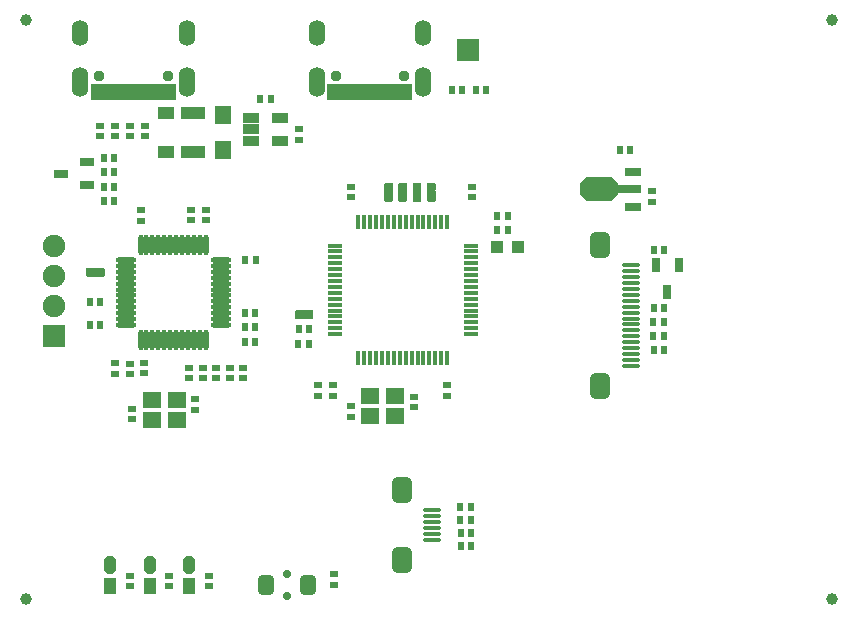
<source format=gts>
G04*
G04 #@! TF.GenerationSoftware,Altium Limited,Altium Designer,23.8.1 (32)*
G04*
G04 Layer_Color=8388736*
%FSLAX44Y44*%
%MOMM*%
G71*
G04*
G04 #@! TF.SameCoordinates,D96BB530-8D29-4B5F-9446-CCACF09A0524*
G04*
G04*
G04 #@! TF.FilePolarity,Negative*
G04*
G01*
G75*
G04:AMPARAMS|DCode=20|XSize=0.3mm|YSize=1.5mm|CornerRadius=0.075mm|HoleSize=0mm|Usage=FLASHONLY|Rotation=90.000|XOffset=0mm|YOffset=0mm|HoleType=Round|Shape=RoundedRectangle|*
%AMROUNDEDRECTD20*
21,1,0.3000,1.3500,0,0,90.0*
21,1,0.1500,1.5000,0,0,90.0*
1,1,0.1500,0.6750,0.0750*
1,1,0.1500,0.6750,-0.0750*
1,1,0.1500,-0.6750,-0.0750*
1,1,0.1500,-0.6750,0.0750*
%
%ADD20ROUNDEDRECTD20*%
%ADD32R,1.2000X0.3000*%
%ADD33R,0.3000X1.2000*%
%ADD44R,0.7032X0.6032*%
%ADD45R,1.0922X1.4732*%
G04:AMPARAMS|DCode=46|XSize=1.4732mm|YSize=1.0922mm|CornerRadius=0mm|HoleSize=0mm|Usage=FLASHONLY|Rotation=90.000|XOffset=0mm|YOffset=0mm|HoleType=Round|Shape=Octagon|*
%AMOCTAGOND46*
4,1,8,0.2731,0.7366,-0.2731,0.7366,-0.5461,0.4636,-0.5461,-0.4636,-0.2731,-0.7366,0.2731,-0.7366,0.5461,-0.4636,0.5461,0.4636,0.2731,0.7366,0.0*
%
%ADD46OCTAGOND46*%

G04:AMPARAMS|DCode=47|XSize=2.2032mm|YSize=1.7032mm|CornerRadius=0.4766mm|HoleSize=0mm|Usage=FLASHONLY|Rotation=90.000|XOffset=0mm|YOffset=0mm|HoleType=Round|Shape=RoundedRectangle|*
%AMROUNDEDRECTD47*
21,1,2.2032,0.7500,0,0,90.0*
21,1,1.2500,1.7032,0,0,90.0*
1,1,0.9532,0.3750,0.6250*
1,1,0.9532,0.3750,-0.6250*
1,1,0.9532,-0.3750,-0.6250*
1,1,0.9532,-0.3750,0.6250*
%
%ADD47ROUNDEDRECTD47*%
G04:AMPARAMS|DCode=48|XSize=1.4032mm|YSize=1.7032mm|CornerRadius=0.4016mm|HoleSize=0mm|Usage=FLASHONLY|Rotation=0.000|XOffset=0mm|YOffset=0mm|HoleType=Round|Shape=RoundedRectangle|*
%AMROUNDEDRECTD48*
21,1,1.4032,0.9000,0,0,0.0*
21,1,0.6000,1.7032,0,0,0.0*
1,1,0.8032,0.3000,-0.4500*
1,1,0.8032,-0.3000,-0.4500*
1,1,0.8032,-0.3000,0.4500*
1,1,0.8032,0.3000,0.4500*
%
%ADD48ROUNDEDRECTD48*%
G04:AMPARAMS|DCode=49|XSize=1.4232mm|YSize=0.8532mm|CornerRadius=0.1829mm|HoleSize=0mm|Usage=FLASHONLY|Rotation=180.000|XOffset=0mm|YOffset=0mm|HoleType=Round|Shape=RoundedRectangle|*
%AMROUNDEDRECTD49*
21,1,1.4232,0.4875,0,0,180.0*
21,1,1.0575,0.8532,0,0,180.0*
1,1,0.3657,-0.5288,0.2438*
1,1,0.3657,0.5288,0.2438*
1,1,0.3657,0.5288,-0.2438*
1,1,0.3657,-0.5288,-0.2438*
%
%ADD49ROUNDEDRECTD49*%
%ADD50R,2.0032X1.0532*%
%ADD51R,1.4032X1.5532*%
%ADD52O,1.7532X0.4532*%
%ADD53O,0.4532X1.7532*%
%ADD54R,0.6032X0.7032*%
%ADD55R,1.0922X1.0922*%
%ADD56R,0.6532X1.2032*%
%ADD57R,1.5032X1.4032*%
%ADD58R,1.2032X0.6532*%
%ADD59R,0.5032X1.3532*%
%ADD60R,0.5029X1.3513*%
G04:AMPARAMS|DCode=61|XSize=2.0032mm|YSize=3.2032mm|CornerRadius=0mm|HoleSize=0mm|Usage=FLASHONLY|Rotation=270.000|XOffset=0mm|YOffset=0mm|HoleType=Round|Shape=Octagon|*
%AMOCTAGOND61*
4,1,8,1.6016,0.5008,1.6016,-0.5008,1.1008,-1.0016,-1.1008,-1.0016,-1.6016,-0.5008,-1.6016,0.5008,-1.1008,1.0016,1.1008,1.0016,1.6016,0.5008,0.0*
%
%ADD61OCTAGOND61*%

%ADD62R,1.4032X0.8032*%
%ADD63R,2.3032X0.8032*%
%ADD64R,1.4222X1.1172*%
%ADD65C,1.0000*%
%ADD66C,1.9032*%
%ADD67R,1.9032X1.9032*%
%ADD68C,0.9532*%
%ADD69O,1.4032X2.2032*%
%ADD70O,1.4032X2.5032*%
%ADD71C,0.7000*%
G36*
X349881Y386394D02*
X350009Y386368D01*
X350134Y386326D01*
X350251Y386268D01*
X350360Y386195D01*
X350459Y386109D01*
X350545Y386010D01*
X350618Y385901D01*
X350676Y385784D01*
X350718Y385659D01*
X350743Y385531D01*
X350752Y385400D01*
Y380600D01*
X350743Y380469D01*
X350718Y380341D01*
X350686Y380248D01*
X350676Y380216D01*
X350618Y380099D01*
X350545Y379990D01*
X350488Y379925D01*
X350545Y379860D01*
X350618Y379751D01*
X350676Y379633D01*
X350718Y379509D01*
X350743Y379381D01*
X350752Y379250D01*
Y371800D01*
X350743Y371669D01*
X350718Y371541D01*
X350676Y371417D01*
X350618Y371299D01*
X350545Y371190D01*
X350459Y371091D01*
X350360Y371005D01*
X350251Y370932D01*
X350134Y370874D01*
X350009Y370832D01*
X349881Y370806D01*
X349750Y370798D01*
X344250D01*
X344119Y370806D01*
X343991Y370832D01*
X343867Y370874D01*
X343749Y370932D01*
X343640Y371005D01*
X343541Y371091D01*
X343455Y371190D01*
X343382Y371299D01*
X343324Y371417D01*
X343282Y371541D01*
X343256Y371669D01*
X343248Y371800D01*
Y379450D01*
X343256Y379581D01*
X343282Y379709D01*
X343324Y379833D01*
X343382Y379951D01*
X343432Y380025D01*
X343382Y380099D01*
X343324Y380216D01*
X343282Y380341D01*
X343256Y380469D01*
X343248Y380600D01*
Y385400D01*
X343256Y385531D01*
X343282Y385659D01*
X343324Y385784D01*
X343382Y385901D01*
X343455Y386010D01*
X343541Y386109D01*
X343640Y386195D01*
X343749Y386268D01*
X343867Y386326D01*
X343991Y386368D01*
X344119Y386394D01*
X344250Y386402D01*
X349750D01*
X349881Y386394D01*
D02*
G37*
G36*
X105601Y314743D02*
X105729Y314718D01*
X105854Y314676D01*
X105971Y314618D01*
X106080Y314545D01*
X106179Y314459D01*
X106265Y314360D01*
X106338Y314251D01*
X106396Y314133D01*
X106438Y314009D01*
X106464Y313881D01*
X106472Y313750D01*
Y308250D01*
X106464Y308119D01*
X106438Y307991D01*
X106396Y307866D01*
X106338Y307749D01*
X106265Y307640D01*
X106179Y307541D01*
X106080Y307455D01*
X105971Y307382D01*
X105854Y307324D01*
X105729Y307282D01*
X105601Y307256D01*
X105470Y307248D01*
X100670D01*
X100539Y307256D01*
X100411Y307282D01*
X100318Y307313D01*
X100287Y307324D01*
X100169Y307382D01*
X100060Y307455D01*
X99995Y307512D01*
X99930Y307455D01*
X99821Y307382D01*
X99704Y307324D01*
X99579Y307282D01*
X99451Y307256D01*
X99320Y307248D01*
X91870D01*
X91739Y307256D01*
X91611Y307282D01*
X91487Y307324D01*
X91369Y307382D01*
X91260Y307455D01*
X91161Y307541D01*
X91075Y307640D01*
X91002Y307749D01*
X90944Y307866D01*
X90902Y307991D01*
X90877Y308119D01*
X90868Y308250D01*
Y313750D01*
X90877Y313881D01*
X90902Y314009D01*
X90944Y314133D01*
X91002Y314251D01*
X91075Y314360D01*
X91161Y314459D01*
X91260Y314545D01*
X91369Y314618D01*
X91487Y314676D01*
X91611Y314718D01*
X91739Y314743D01*
X91870Y314752D01*
X99520D01*
X99651Y314744D01*
X99779Y314718D01*
X99903Y314676D01*
X100021Y314618D01*
X100095Y314569D01*
X100169Y314618D01*
X100287Y314676D01*
X100411Y314718D01*
X100539Y314743D01*
X100670Y314752D01*
X105470D01*
X105601Y314743D01*
D02*
G37*
G36*
X282531Y278744D02*
X282659Y278718D01*
X282784Y278676D01*
X282901Y278618D01*
X283010Y278545D01*
X283109Y278459D01*
X283195Y278360D01*
X283268Y278251D01*
X283326Y278134D01*
X283368Y278009D01*
X283393Y277881D01*
X283402Y277750D01*
Y272250D01*
X283393Y272119D01*
X283368Y271991D01*
X283326Y271866D01*
X283268Y271749D01*
X283195Y271640D01*
X283109Y271541D01*
X283010Y271455D01*
X282901Y271382D01*
X282784Y271324D01*
X282659Y271282D01*
X282531Y271257D01*
X282400Y271248D01*
X274750D01*
X274619Y271256D01*
X274491Y271282D01*
X274366Y271324D01*
X274249Y271382D01*
X274175Y271432D01*
X274101Y271382D01*
X273983Y271324D01*
X273859Y271282D01*
X273731Y271257D01*
X273600Y271248D01*
X268800D01*
X268669Y271257D01*
X268541Y271282D01*
X268417Y271324D01*
X268299Y271382D01*
X268190Y271455D01*
X268091Y271541D01*
X268005Y271640D01*
X267932Y271749D01*
X267874Y271866D01*
X267832Y271991D01*
X267806Y272119D01*
X267798Y272250D01*
Y277750D01*
X267806Y277881D01*
X267832Y278009D01*
X267874Y278134D01*
X267932Y278251D01*
X268005Y278360D01*
X268091Y278459D01*
X268190Y278545D01*
X268299Y278618D01*
X268417Y278676D01*
X268541Y278718D01*
X268669Y278744D01*
X268800Y278752D01*
X273600D01*
X273731Y278744D01*
X273859Y278718D01*
X273952Y278687D01*
X273983Y278676D01*
X274101Y278618D01*
X274210Y278545D01*
X274275Y278488D01*
X274340Y278545D01*
X274449Y278618D01*
X274566Y278676D01*
X274691Y278718D01*
X274819Y278744D01*
X274950Y278752D01*
X282400D01*
X282531Y278744D01*
D02*
G37*
G36*
X385881Y386394D02*
X386009Y386368D01*
X386133Y386326D01*
X386251Y386268D01*
X386360Y386195D01*
X386459Y386109D01*
X386545Y386010D01*
X386618Y385901D01*
X386676Y385784D01*
X386718Y385659D01*
X386744Y385531D01*
X386752Y385400D01*
Y380600D01*
X386744Y380469D01*
X386718Y380341D01*
X386687Y380248D01*
X386676Y380216D01*
X386618Y380099D01*
X386545Y379990D01*
X386488Y379925D01*
X386545Y379860D01*
X386618Y379751D01*
X386676Y379633D01*
X386718Y379509D01*
X386744Y379381D01*
X386752Y379250D01*
Y371800D01*
X386744Y371669D01*
X386718Y371541D01*
X386676Y371417D01*
X386618Y371299D01*
X386545Y371190D01*
X386459Y371091D01*
X386360Y371005D01*
X386251Y370932D01*
X386133Y370874D01*
X386009Y370832D01*
X385881Y370806D01*
X385750Y370798D01*
X380250D01*
X380119Y370806D01*
X379991Y370832D01*
X379866Y370874D01*
X379749Y370932D01*
X379640Y371005D01*
X379541Y371091D01*
X379455Y371190D01*
X379382Y371299D01*
X379324Y371417D01*
X379282Y371541D01*
X379256Y371669D01*
X379248Y371800D01*
Y379450D01*
X379256Y379581D01*
X379282Y379709D01*
X379324Y379833D01*
X379382Y379951D01*
X379431Y380025D01*
X379382Y380099D01*
X379324Y380216D01*
X379282Y380341D01*
X379256Y380469D01*
X379248Y380600D01*
Y385400D01*
X379256Y385531D01*
X379282Y385659D01*
X379324Y385784D01*
X379382Y385901D01*
X379455Y386010D01*
X379541Y386109D01*
X379640Y386195D01*
X379749Y386268D01*
X379866Y386326D01*
X379991Y386368D01*
X380119Y386394D01*
X380250Y386402D01*
X385750D01*
X385881Y386394D01*
D02*
G37*
G36*
X373881D02*
X374009Y386368D01*
X374133Y386326D01*
X374251Y386268D01*
X374360Y386195D01*
X374459Y386109D01*
X374545Y386010D01*
X374618Y385901D01*
X374676Y385784D01*
X374718Y385659D01*
X374743Y385531D01*
X374752Y385400D01*
Y380600D01*
X374743Y380469D01*
X374718Y380341D01*
X374687Y380248D01*
X374676Y380216D01*
X374618Y380099D01*
X374545Y379990D01*
X374488Y379925D01*
X374545Y379860D01*
X374618Y379751D01*
X374676Y379633D01*
X374718Y379509D01*
X374743Y379381D01*
X374752Y379250D01*
Y371800D01*
X374743Y371669D01*
X374718Y371541D01*
X374676Y371417D01*
X374618Y371299D01*
X374545Y371190D01*
X374459Y371091D01*
X374360Y371005D01*
X374251Y370932D01*
X374133Y370874D01*
X374009Y370832D01*
X373881Y370806D01*
X373750Y370798D01*
X368250D01*
X368119Y370806D01*
X367991Y370832D01*
X367867Y370874D01*
X367749Y370932D01*
X367640Y371005D01*
X367541Y371091D01*
X367455Y371190D01*
X367382Y371299D01*
X367324Y371417D01*
X367282Y371541D01*
X367256Y371669D01*
X367248Y371800D01*
Y379450D01*
X367256Y379581D01*
X367282Y379709D01*
X367324Y379833D01*
X367382Y379951D01*
X367431Y380025D01*
X367382Y380099D01*
X367324Y380216D01*
X367282Y380341D01*
X367256Y380469D01*
X367248Y380600D01*
Y385400D01*
X367256Y385531D01*
X367282Y385659D01*
X367324Y385784D01*
X367382Y385901D01*
X367455Y386010D01*
X367541Y386109D01*
X367640Y386195D01*
X367749Y386268D01*
X367867Y386326D01*
X367991Y386368D01*
X368119Y386394D01*
X368250Y386402D01*
X373750D01*
X373881Y386394D01*
D02*
G37*
G36*
X361881D02*
X362009Y386368D01*
X362133Y386326D01*
X362251Y386268D01*
X362360Y386195D01*
X362459Y386109D01*
X362545Y386010D01*
X362618Y385901D01*
X362676Y385784D01*
X362718Y385659D01*
X362743Y385531D01*
X362752Y385400D01*
Y380600D01*
X362743Y380469D01*
X362718Y380341D01*
X362687Y380248D01*
X362676Y380216D01*
X362618Y380099D01*
X362545Y379990D01*
X362488Y379925D01*
X362545Y379860D01*
X362618Y379751D01*
X362676Y379633D01*
X362718Y379509D01*
X362743Y379381D01*
X362752Y379250D01*
Y371800D01*
X362743Y371669D01*
X362718Y371541D01*
X362676Y371417D01*
X362618Y371299D01*
X362545Y371190D01*
X362459Y371091D01*
X362360Y371005D01*
X362251Y370932D01*
X362133Y370874D01*
X362009Y370832D01*
X361881Y370806D01*
X361750Y370798D01*
X356250D01*
X356119Y370806D01*
X355991Y370832D01*
X355867Y370874D01*
X355749Y370932D01*
X355640Y371005D01*
X355541Y371091D01*
X355455Y371190D01*
X355382Y371299D01*
X355324Y371417D01*
X355282Y371541D01*
X355256Y371669D01*
X355248Y371800D01*
Y379450D01*
X355256Y379581D01*
X355282Y379709D01*
X355324Y379833D01*
X355382Y379951D01*
X355432Y380025D01*
X355382Y380099D01*
X355324Y380216D01*
X355282Y380341D01*
X355256Y380469D01*
X355248Y380600D01*
Y385400D01*
X355256Y385531D01*
X355282Y385659D01*
X355324Y385784D01*
X355382Y385901D01*
X355455Y386010D01*
X355541Y386109D01*
X355640Y386195D01*
X355749Y386268D01*
X355867Y386326D01*
X355991Y386368D01*
X356119Y386394D01*
X356250Y386402D01*
X361750D01*
X361881Y386394D01*
D02*
G37*
D20*
X384060Y99210D02*
D03*
X384060Y104210D02*
D03*
X552070Y246710D02*
D03*
Y236710D02*
D03*
Y241710D02*
D03*
Y256710D02*
D03*
Y316710D02*
D03*
Y311710D02*
D03*
Y306710D02*
D03*
Y301710D02*
D03*
Y296710D02*
D03*
Y291710D02*
D03*
Y286710D02*
D03*
Y281710D02*
D03*
Y276710D02*
D03*
Y271710D02*
D03*
Y266710D02*
D03*
Y261710D02*
D03*
Y251710D02*
D03*
Y231710D02*
D03*
X384060Y109210D02*
D03*
X384060Y94210D02*
D03*
Y89210D02*
D03*
Y84210D02*
D03*
D32*
X301500Y258500D02*
D03*
Y263500D02*
D03*
Y268500D02*
D03*
Y273500D02*
D03*
X301500Y278500D02*
D03*
Y283500D02*
D03*
Y288500D02*
D03*
X301500Y293500D02*
D03*
Y298500D02*
D03*
X301500Y303500D02*
D03*
Y308500D02*
D03*
Y313500D02*
D03*
X301500Y318500D02*
D03*
Y323500D02*
D03*
X301500Y328500D02*
D03*
Y333500D02*
D03*
X416500Y333500D02*
D03*
Y328500D02*
D03*
X416500Y323500D02*
D03*
Y318500D02*
D03*
X416500Y313500D02*
D03*
X416500Y308500D02*
D03*
Y303500D02*
D03*
X416500Y298500D02*
D03*
Y293500D02*
D03*
X416500Y288500D02*
D03*
Y283500D02*
D03*
Y278500D02*
D03*
X416500Y273500D02*
D03*
Y268500D02*
D03*
Y263500D02*
D03*
Y258500D02*
D03*
D33*
X321500Y353500D02*
D03*
X326500D02*
D03*
X331500D02*
D03*
X336500D02*
D03*
X341500D02*
D03*
X346500D02*
D03*
X351500D02*
D03*
X356500D02*
D03*
X361500D02*
D03*
X366500D02*
D03*
X371500D02*
D03*
X376500D02*
D03*
X381500D02*
D03*
X386500D02*
D03*
X391500D02*
D03*
X396500D02*
D03*
X396500Y238500D02*
D03*
X391500D02*
D03*
X386500D02*
D03*
X381500D02*
D03*
X376500D02*
D03*
X371500D02*
D03*
X366500D02*
D03*
X361500D02*
D03*
X356500D02*
D03*
X351500Y238500D02*
D03*
X346500D02*
D03*
X341500Y238500D02*
D03*
X336500D02*
D03*
X331500D02*
D03*
X326500D02*
D03*
X321500D02*
D03*
D44*
X178001Y229999D02*
D03*
X178000Y221000D02*
D03*
X189501Y221499D02*
D03*
Y229999D02*
D03*
X201001D02*
D03*
X201000Y221000D02*
D03*
X212501Y221499D02*
D03*
X212501Y229999D02*
D03*
X224001Y221499D02*
D03*
X224001Y229999D02*
D03*
X195001Y53499D02*
D03*
X195001Y44999D02*
D03*
X418000Y383500D02*
D03*
X417999Y374501D02*
D03*
X396500Y206500D02*
D03*
X396501Y215499D02*
D03*
X315000Y383500D02*
D03*
X314999Y374501D02*
D03*
X287000Y206500D02*
D03*
X287001Y215499D02*
D03*
X300000Y206500D02*
D03*
X300001Y215499D02*
D03*
X192000Y355000D02*
D03*
X192000Y363500D02*
D03*
X127769Y225001D02*
D03*
X127769Y233501D02*
D03*
X139499Y225271D02*
D03*
X139499Y233771D02*
D03*
X130000Y186500D02*
D03*
X130001Y195499D02*
D03*
X315500Y197500D02*
D03*
X315499Y188501D02*
D03*
X183000Y203500D02*
D03*
X182999Y194501D02*
D03*
X368500Y196500D02*
D03*
X368501Y205499D02*
D03*
X137000Y363500D02*
D03*
X136999Y354501D02*
D03*
X115500Y225000D02*
D03*
X115501Y233999D02*
D03*
X301000Y46500D02*
D03*
X301001Y55499D02*
D03*
X180000Y355000D02*
D03*
X180000Y363500D02*
D03*
X128269Y426031D02*
D03*
X128269Y434531D02*
D03*
X115569Y426031D02*
D03*
X115569Y434531D02*
D03*
X161001Y53499D02*
D03*
Y44999D02*
D03*
X128001Y53499D02*
D03*
Y44999D02*
D03*
X102869Y426031D02*
D03*
X102869Y434531D02*
D03*
X570000Y370500D02*
D03*
X570001Y379499D02*
D03*
X270800Y422800D02*
D03*
X270801Y431799D02*
D03*
X140971Y434531D02*
D03*
Y426031D02*
D03*
D45*
X177935Y45111D02*
D03*
X145004Y45440D02*
D03*
X110934Y45111D02*
D03*
D46*
X177935Y62891D02*
D03*
X145004Y63220D02*
D03*
X110934Y62891D02*
D03*
D47*
X526070Y214710D02*
D03*
Y333710D02*
D03*
X358060Y67210D02*
D03*
Y126210D02*
D03*
D48*
X243520Y46210D02*
D03*
X278520Y46210D02*
D03*
D49*
X255020Y441200D02*
D03*
Y422400D02*
D03*
X230120D02*
D03*
Y431800D02*
D03*
Y441200D02*
D03*
D50*
X181610Y413010D02*
D03*
Y445510D02*
D03*
D51*
X207010Y414510D02*
D03*
Y444010D02*
D03*
D52*
X124250Y266250D02*
D03*
Y271250D02*
D03*
Y276250D02*
D03*
Y281250D02*
D03*
Y286250D02*
D03*
Y291250D02*
D03*
Y296250D02*
D03*
Y301250D02*
D03*
Y306250D02*
D03*
Y311250D02*
D03*
Y316250D02*
D03*
Y321250D02*
D03*
X204750D02*
D03*
Y316250D02*
D03*
Y311250D02*
D03*
Y306250D02*
D03*
Y301250D02*
D03*
Y296250D02*
D03*
Y291250D02*
D03*
Y286250D02*
D03*
Y281250D02*
D03*
Y276250D02*
D03*
Y271250D02*
D03*
Y266250D02*
D03*
D53*
X137000Y334000D02*
D03*
X142000D02*
D03*
X147000D02*
D03*
X152000D02*
D03*
X157000D02*
D03*
X162000D02*
D03*
X167000D02*
D03*
X172000D02*
D03*
X177000D02*
D03*
X182000D02*
D03*
X187000D02*
D03*
X192000D02*
D03*
Y253500D02*
D03*
X187000D02*
D03*
X182000D02*
D03*
X177000D02*
D03*
X172000D02*
D03*
X167000D02*
D03*
X162000D02*
D03*
X157000D02*
D03*
X152000D02*
D03*
X147000D02*
D03*
X142000D02*
D03*
X137000D02*
D03*
D54*
X270500Y250000D02*
D03*
X279499Y249999D02*
D03*
X580251Y269000D02*
D03*
X571252Y269001D02*
D03*
X580251Y257000D02*
D03*
X571252Y257001D02*
D03*
X448000Y346500D02*
D03*
X439001Y346501D02*
D03*
X448000Y358500D02*
D03*
X439001Y358501D02*
D03*
X571501Y245001D02*
D03*
X580001Y245001D02*
D03*
X571501Y281001D02*
D03*
X580001Y281001D02*
D03*
X571501Y330001D02*
D03*
X580001Y330001D02*
D03*
X102499Y285999D02*
D03*
X93999D02*
D03*
X234500Y321270D02*
D03*
X225501Y321271D02*
D03*
X93770Y266000D02*
D03*
X102769Y265999D02*
D03*
X416499Y78729D02*
D03*
X407999Y78729D02*
D03*
X416499Y89729D02*
D03*
X407999Y89729D02*
D03*
X225501Y276271D02*
D03*
X234001Y276271D02*
D03*
X416500Y101000D02*
D03*
X407501Y101001D02*
D03*
X416500Y112000D02*
D03*
X407501Y112001D02*
D03*
X279499Y262999D02*
D03*
X270999Y262999D02*
D03*
X225501Y252271D02*
D03*
X234001Y252271D02*
D03*
X225501Y264271D02*
D03*
X234001Y264271D02*
D03*
X114499Y407669D02*
D03*
X105999Y407669D02*
D03*
X114499Y383224D02*
D03*
X105999Y383224D02*
D03*
Y371001D02*
D03*
X114499Y371001D02*
D03*
X105999Y395446D02*
D03*
X114499Y395446D02*
D03*
X409499Y464999D02*
D03*
X400999Y464999D02*
D03*
X542500Y414000D02*
D03*
X551499Y413999D02*
D03*
X247070Y457200D02*
D03*
X238071Y457201D02*
D03*
X429499Y464999D02*
D03*
X420999Y464999D02*
D03*
D55*
X439110Y332270D02*
D03*
X456890D02*
D03*
D56*
X583000Y294250D02*
D03*
X573500Y316930D02*
D03*
X592500D02*
D03*
D57*
X146500Y186000D02*
D03*
X167500D02*
D03*
Y203000D02*
D03*
X146500D02*
D03*
X352000Y206000D02*
D03*
X331000D02*
D03*
Y189000D02*
D03*
X352000Y189000D02*
D03*
D58*
X69320Y394500D02*
D03*
X92000Y404000D02*
D03*
Y385000D02*
D03*
D59*
X364680Y463727D02*
D03*
X361681D02*
D03*
X356679Y463753D02*
D03*
X353680D02*
D03*
X343680Y463708D02*
D03*
X338682Y463730D02*
D03*
X333680Y463712D02*
D03*
X328681Y463727D02*
D03*
X323680Y463712D02*
D03*
X313680D02*
D03*
X308681Y463712D02*
D03*
X305679D02*
D03*
X300680Y463712D02*
D03*
X297680D02*
D03*
X164450Y463727D02*
D03*
X161451D02*
D03*
X156449Y463753D02*
D03*
X153450D02*
D03*
X143449Y463708D02*
D03*
X138452Y463730D02*
D03*
X133450Y463712D02*
D03*
X128451Y463727D02*
D03*
X123450Y463712D02*
D03*
X113450D02*
D03*
X108451Y463712D02*
D03*
X105449D02*
D03*
X100450Y463712D02*
D03*
X97450D02*
D03*
D60*
X348680Y463713D02*
D03*
X318680Y463712D02*
D03*
X148450Y463713D02*
D03*
X118450Y463712D02*
D03*
D61*
X524808Y381000D02*
D03*
D62*
X554000Y396000D02*
D03*
Y366000D02*
D03*
D63*
X549700Y381000D02*
D03*
D64*
X158750Y445643D02*
D03*
Y412877D02*
D03*
D65*
X40300Y524400D02*
D03*
X722800D02*
D03*
Y34000D02*
D03*
X40300D02*
D03*
D66*
X64000Y333100D02*
D03*
Y307700D02*
D03*
Y282300D02*
D03*
D67*
Y256900D02*
D03*
X414000Y499000D02*
D03*
D68*
X360079Y476712D02*
D03*
X302279D02*
D03*
X159849D02*
D03*
X102049D02*
D03*
D69*
X376180Y513212D02*
D03*
X286179Y513212D02*
D03*
X175950Y513212D02*
D03*
X85949Y513212D02*
D03*
D70*
X286181Y471712D02*
D03*
X376181Y471712D02*
D03*
X85951Y471712D02*
D03*
X175951Y471712D02*
D03*
D71*
X261020Y37210D02*
D03*
Y55210D02*
D03*
M02*

</source>
